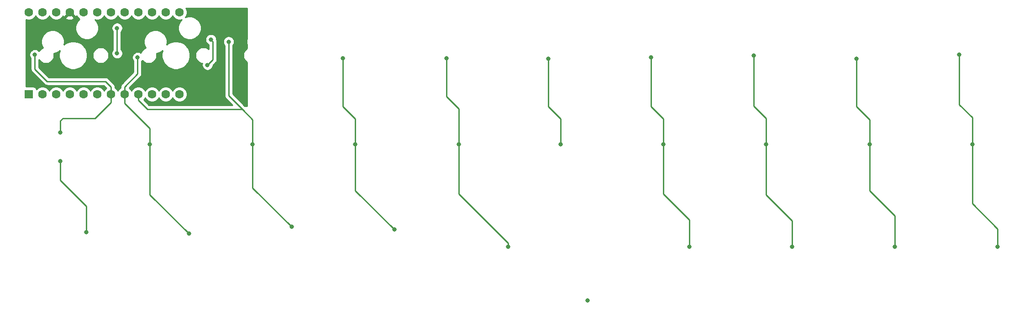
<source format=gbr>
G04 #@! TF.GenerationSoftware,KiCad,Pcbnew,(5.1.4-0-10_14)*
G04 #@! TF.CreationDate,2020-06-01T00:22:02-05:00*
G04 #@! TF.ProjectId,omega,6f6d6567-612e-46b6-9963-61645f706362,rev?*
G04 #@! TF.SameCoordinates,Original*
G04 #@! TF.FileFunction,Copper,L1,Top*
G04 #@! TF.FilePolarity,Positive*
%FSLAX46Y46*%
G04 Gerber Fmt 4.6, Leading zero omitted, Abs format (unit mm)*
G04 Created by KiCad (PCBNEW (5.1.4-0-10_14)) date 2020-06-01 00:22:02*
%MOMM*%
%LPD*%
G04 APERTURE LIST*
%ADD10C,1.600000*%
%ADD11R,1.600000X1.600000*%
%ADD12C,0.800000*%
%ADD13C,0.250000*%
%ADD14C,0.254000*%
G04 APERTURE END LIST*
D10*
X57277000Y-42926000D03*
X59817000Y-42926000D03*
X62357000Y-42926000D03*
X64897000Y-42926000D03*
X67437000Y-42926000D03*
X69977000Y-42926000D03*
X72517000Y-42926000D03*
X75057000Y-42926000D03*
X77597000Y-42926000D03*
X80137000Y-42926000D03*
X82677000Y-42926000D03*
X85217000Y-42926000D03*
X85217000Y-58166000D03*
X82677000Y-58166000D03*
X80137000Y-58166000D03*
X77597000Y-58166000D03*
X75057000Y-58166000D03*
X72517000Y-58166000D03*
X69977000Y-58166000D03*
X67437000Y-58166000D03*
X64897000Y-58166000D03*
X62357000Y-58166000D03*
X59817000Y-58166000D03*
D11*
X57277000Y-58166000D03*
D12*
X160909000Y-96520000D03*
X73660000Y-45847000D03*
X73660000Y-50546000D03*
X91071000Y-47994000D03*
X90424000Y-52705000D03*
X58420000Y-50800000D03*
X63146000Y-65251000D03*
X63119000Y-70612000D03*
X67945000Y-83820000D03*
X86995000Y-84074000D03*
X79756000Y-67437000D03*
X77470000Y-51308000D03*
X94361000Y-48387000D03*
X98806000Y-67437000D03*
X106045000Y-82804000D03*
X115570000Y-51435000D03*
X117856000Y-67437000D03*
X125095000Y-83312000D03*
X134747000Y-51435000D03*
X137033000Y-67437000D03*
X146177000Y-86487000D03*
X153670000Y-51562000D03*
X155956000Y-67437000D03*
X172720000Y-51308000D03*
X175006000Y-67437000D03*
X179832000Y-86487000D03*
X191770000Y-50927000D03*
X194056000Y-67437000D03*
X198882000Y-86487000D03*
X210820000Y-51562000D03*
X213233000Y-67437000D03*
X217932000Y-86487000D03*
X229870000Y-50800000D03*
X232283000Y-67437000D03*
X236982000Y-86487000D03*
D13*
X73660000Y-45847000D02*
X73660000Y-50546000D01*
X91440000Y-51689000D02*
X91440000Y-48387000D01*
X91071000Y-48018000D02*
X91071000Y-47994000D01*
X91440000Y-48387000D02*
X91071000Y-48018000D01*
X90424000Y-52705000D02*
X91440000Y-51689000D01*
X71501000Y-55753000D02*
X72517000Y-56769000D01*
X60706000Y-55753000D02*
X71501000Y-55753000D01*
X58420000Y-53467000D02*
X60706000Y-55753000D01*
X58420000Y-50800000D02*
X58420000Y-53467000D01*
X72517000Y-56769000D02*
X72517000Y-58166000D01*
X72517000Y-59690000D02*
X72517000Y-58166000D01*
X63627000Y-62611000D02*
X69596000Y-62611000D01*
X69596000Y-62611000D02*
X72517000Y-59690000D01*
X63146000Y-63092000D02*
X63627000Y-62611000D01*
X63146000Y-65251000D02*
X63146000Y-63092000D01*
X63119000Y-70612000D02*
X63119000Y-71177685D01*
X63119000Y-71177685D02*
X63119000Y-74168000D01*
X67945000Y-78994000D02*
X67945000Y-83820000D01*
X63119000Y-74168000D02*
X67945000Y-78994000D01*
X79756000Y-76835000D02*
X79756000Y-67437000D01*
X86995000Y-84074000D02*
X79756000Y-76835000D01*
X79756000Y-67437000D02*
X79756000Y-64516000D01*
X75057000Y-59817000D02*
X75057000Y-58166000D01*
X79756000Y-64516000D02*
X75057000Y-59817000D01*
X77470000Y-54356000D02*
X75057000Y-56769000D01*
X77470000Y-51308000D02*
X77470000Y-54356000D01*
X75057000Y-58166000D02*
X75057000Y-56769000D01*
X94361000Y-48387000D02*
X94361000Y-48952685D01*
X94361000Y-48952685D02*
X94361000Y-58420000D01*
X98806000Y-62865000D02*
X98806000Y-67437000D01*
X98806000Y-67437000D02*
X98806000Y-68002685D01*
X98806000Y-68002685D02*
X98806000Y-75565000D01*
X98806000Y-75565000D02*
X106045000Y-82804000D01*
X96901000Y-60960000D02*
X97091500Y-61150500D01*
X79259630Y-60960000D02*
X96901000Y-60960000D01*
X77597000Y-59297370D02*
X79259630Y-60960000D01*
X77597000Y-58166000D02*
X77597000Y-59297370D01*
X97091500Y-61150500D02*
X98806000Y-62865000D01*
X94361000Y-58420000D02*
X97091500Y-61150500D01*
X115570000Y-51435000D02*
X115570000Y-52000685D01*
X115570000Y-52000685D02*
X115570000Y-60452000D01*
X117856000Y-62738000D02*
X117856000Y-67437000D01*
X115570000Y-60452000D02*
X117856000Y-62738000D01*
X117856000Y-76073000D02*
X125095000Y-83312000D01*
X117856000Y-67437000D02*
X117856000Y-76073000D01*
X134747000Y-51435000D02*
X134747000Y-58547000D01*
X137033000Y-60833000D02*
X137033000Y-67437000D01*
X134747000Y-58547000D02*
X137033000Y-60833000D01*
X137033000Y-67437000D02*
X137033000Y-76708000D01*
X146177000Y-85852000D02*
X146177000Y-86487000D01*
X137033000Y-76708000D02*
X146177000Y-85852000D01*
X153670000Y-51562000D02*
X153670000Y-60325000D01*
X153670000Y-60325000D02*
X153670000Y-60452000D01*
X155956000Y-62738000D02*
X155956000Y-67437000D01*
X153670000Y-60452000D02*
X155956000Y-62738000D01*
X172720000Y-51308000D02*
X172720000Y-51873685D01*
X172720000Y-51873685D02*
X172720000Y-60452000D01*
X175006000Y-62738000D02*
X175006000Y-67437000D01*
X172720000Y-60452000D02*
X175006000Y-62738000D01*
X175006000Y-67437000D02*
X175006000Y-68002685D01*
X175006000Y-68002685D02*
X175006000Y-76708000D01*
X175006000Y-76708000D02*
X179832000Y-81534000D01*
X179832000Y-81534000D02*
X179832000Y-86487000D01*
X191770000Y-50927000D02*
X191770000Y-60198000D01*
X191770000Y-60198000D02*
X191770000Y-60325000D01*
X194056000Y-62611000D02*
X194056000Y-67437000D01*
X191770000Y-60325000D02*
X194056000Y-62611000D01*
X198882000Y-86487000D02*
X198882000Y-85598000D01*
X198882000Y-85598000D02*
X198882000Y-86360000D01*
X194056000Y-76835000D02*
X194056000Y-67437000D01*
X198882000Y-81661000D02*
X194056000Y-76835000D01*
X198882000Y-85598000D02*
X198882000Y-81661000D01*
X210820000Y-51562000D02*
X210820000Y-60452000D01*
X213233000Y-62865000D02*
X213233000Y-67437000D01*
X210820000Y-60452000D02*
X213233000Y-62865000D01*
X213233000Y-67437000D02*
X213233000Y-68002685D01*
X213233000Y-68002685D02*
X213233000Y-76073000D01*
X217932000Y-80772000D02*
X217932000Y-86487000D01*
X213233000Y-76073000D02*
X217932000Y-80772000D01*
X232283000Y-67437000D02*
X232283000Y-68002685D01*
X232283000Y-68002685D02*
X232283000Y-78486000D01*
X236982000Y-83185000D02*
X236982000Y-86487000D01*
X232283000Y-78486000D02*
X236982000Y-83185000D01*
X232283000Y-62484000D02*
X232283000Y-67437000D01*
X229870000Y-60071000D02*
X232283000Y-62484000D01*
X229870000Y-50800000D02*
X229870000Y-60071000D01*
D14*
G36*
X97790000Y-47713659D02*
G01*
X97769047Y-47764244D01*
X97687000Y-48176721D01*
X97687000Y-48597279D01*
X97769047Y-49009756D01*
X97790000Y-49060341D01*
X97790000Y-49620091D01*
X97589431Y-49754107D01*
X97379107Y-49964431D01*
X97213856Y-50211747D01*
X97100029Y-50486549D01*
X97042000Y-50778278D01*
X97042000Y-51075722D01*
X97100029Y-51367451D01*
X97213856Y-51642253D01*
X97379107Y-51889569D01*
X97589431Y-52099893D01*
X97790000Y-52233909D01*
X97790000Y-60325000D01*
X97340802Y-60325000D01*
X95121000Y-58105199D01*
X95121000Y-49090711D01*
X95164937Y-49046774D01*
X95278205Y-48877256D01*
X95356226Y-48688898D01*
X95396000Y-48488939D01*
X95396000Y-48285061D01*
X95356226Y-48085102D01*
X95278205Y-47896744D01*
X95164937Y-47727226D01*
X95020774Y-47583063D01*
X94851256Y-47469795D01*
X94662898Y-47391774D01*
X94462939Y-47352000D01*
X94259061Y-47352000D01*
X94059102Y-47391774D01*
X93870744Y-47469795D01*
X93701226Y-47583063D01*
X93557063Y-47727226D01*
X93443795Y-47896744D01*
X93365774Y-48085102D01*
X93326000Y-48285061D01*
X93326000Y-48488939D01*
X93365774Y-48688898D01*
X93443795Y-48877256D01*
X93557063Y-49046774D01*
X93601000Y-49090711D01*
X93601001Y-58382668D01*
X93597324Y-58420000D01*
X93601001Y-58457333D01*
X93611998Y-58568986D01*
X93618456Y-58590275D01*
X93655454Y-58712246D01*
X93726026Y-58844276D01*
X93749677Y-58873094D01*
X93821000Y-58960001D01*
X93849998Y-58983799D01*
X95066199Y-60200000D01*
X79574432Y-60200000D01*
X78583414Y-59208982D01*
X78711637Y-59080759D01*
X78867000Y-58848241D01*
X79022363Y-59080759D01*
X79222241Y-59280637D01*
X79457273Y-59437680D01*
X79718426Y-59545853D01*
X79995665Y-59601000D01*
X80278335Y-59601000D01*
X80555574Y-59545853D01*
X80816727Y-59437680D01*
X81051759Y-59280637D01*
X81251637Y-59080759D01*
X81407000Y-58848241D01*
X81562363Y-59080759D01*
X81762241Y-59280637D01*
X81997273Y-59437680D01*
X82258426Y-59545853D01*
X82535665Y-59601000D01*
X82818335Y-59601000D01*
X83095574Y-59545853D01*
X83356727Y-59437680D01*
X83591759Y-59280637D01*
X83791637Y-59080759D01*
X83947000Y-58848241D01*
X84102363Y-59080759D01*
X84302241Y-59280637D01*
X84537273Y-59437680D01*
X84798426Y-59545853D01*
X85075665Y-59601000D01*
X85358335Y-59601000D01*
X85635574Y-59545853D01*
X85896727Y-59437680D01*
X86131759Y-59280637D01*
X86331637Y-59080759D01*
X86488680Y-58845727D01*
X86596853Y-58584574D01*
X86652000Y-58307335D01*
X86652000Y-58024665D01*
X86596853Y-57747426D01*
X86488680Y-57486273D01*
X86331637Y-57251241D01*
X86131759Y-57051363D01*
X85896727Y-56894320D01*
X85635574Y-56786147D01*
X85358335Y-56731000D01*
X85075665Y-56731000D01*
X84798426Y-56786147D01*
X84537273Y-56894320D01*
X84302241Y-57051363D01*
X84102363Y-57251241D01*
X83947000Y-57483759D01*
X83791637Y-57251241D01*
X83591759Y-57051363D01*
X83356727Y-56894320D01*
X83095574Y-56786147D01*
X82818335Y-56731000D01*
X82535665Y-56731000D01*
X82258426Y-56786147D01*
X81997273Y-56894320D01*
X81762241Y-57051363D01*
X81562363Y-57251241D01*
X81407000Y-57483759D01*
X81251637Y-57251241D01*
X81051759Y-57051363D01*
X80816727Y-56894320D01*
X80555574Y-56786147D01*
X80278335Y-56731000D01*
X79995665Y-56731000D01*
X79718426Y-56786147D01*
X79457273Y-56894320D01*
X79222241Y-57051363D01*
X79022363Y-57251241D01*
X78867000Y-57483759D01*
X78711637Y-57251241D01*
X78511759Y-57051363D01*
X78276727Y-56894320D01*
X78015574Y-56786147D01*
X77738335Y-56731000D01*
X77455665Y-56731000D01*
X77178426Y-56786147D01*
X76917273Y-56894320D01*
X76682241Y-57051363D01*
X76482363Y-57251241D01*
X76327000Y-57483759D01*
X76171637Y-57251241D01*
X75971759Y-57051363D01*
X75898433Y-57002368D01*
X77981003Y-54919799D01*
X78010001Y-54896001D01*
X78104974Y-54780276D01*
X78175546Y-54648247D01*
X78219003Y-54504986D01*
X78230000Y-54393333D01*
X78230000Y-54393324D01*
X78233676Y-54356001D01*
X78230000Y-54318678D01*
X78230000Y-52011711D01*
X78273937Y-51967774D01*
X78327649Y-51887388D01*
X78329107Y-51889569D01*
X78539431Y-52099893D01*
X78786747Y-52265144D01*
X79061549Y-52378971D01*
X79353278Y-52437000D01*
X79650722Y-52437000D01*
X79942451Y-52378971D01*
X80217253Y-52265144D01*
X80464569Y-52099893D01*
X80674893Y-51889569D01*
X80840144Y-51642253D01*
X80953971Y-51367451D01*
X81012000Y-51075722D01*
X81012000Y-50778278D01*
X80961023Y-50522000D01*
X80982279Y-50522000D01*
X81394756Y-50439953D01*
X81783302Y-50279012D01*
X82089708Y-50074279D01*
X82054127Y-50160178D01*
X81953100Y-50668076D01*
X81953100Y-51185924D01*
X82054127Y-51693822D01*
X82252299Y-52172251D01*
X82540000Y-52602826D01*
X82906174Y-52969000D01*
X83336749Y-53256701D01*
X83815178Y-53454873D01*
X84323076Y-53555900D01*
X84840924Y-53555900D01*
X85348822Y-53454873D01*
X85827251Y-53256701D01*
X86257826Y-52969000D01*
X86624000Y-52602826D01*
X86911701Y-52172251D01*
X87109873Y-51693822D01*
X87210900Y-51185924D01*
X87210900Y-50778278D01*
X88152000Y-50778278D01*
X88152000Y-51075722D01*
X88210029Y-51367451D01*
X88323856Y-51642253D01*
X88489107Y-51889569D01*
X88699431Y-52099893D01*
X88946747Y-52265144D01*
X89221549Y-52378971D01*
X89425504Y-52419541D01*
X89389000Y-52603061D01*
X89389000Y-52806939D01*
X89428774Y-53006898D01*
X89506795Y-53195256D01*
X89620063Y-53364774D01*
X89764226Y-53508937D01*
X89933744Y-53622205D01*
X90122102Y-53700226D01*
X90322061Y-53740000D01*
X90525939Y-53740000D01*
X90725898Y-53700226D01*
X90914256Y-53622205D01*
X91083774Y-53508937D01*
X91227937Y-53364774D01*
X91341205Y-53195256D01*
X91419226Y-53006898D01*
X91459000Y-52806939D01*
X91459000Y-52744801D01*
X91951004Y-52252798D01*
X91980001Y-52229001D01*
X92008727Y-52193998D01*
X92074974Y-52113277D01*
X92145546Y-51981247D01*
X92169869Y-51901063D01*
X92189003Y-51837986D01*
X92200000Y-51726333D01*
X92200000Y-51726323D01*
X92203676Y-51689000D01*
X92200000Y-51651678D01*
X92200000Y-48424323D01*
X92203676Y-48387000D01*
X92200000Y-48349677D01*
X92200000Y-48349667D01*
X92189003Y-48238014D01*
X92145546Y-48094753D01*
X92106000Y-48020769D01*
X92106000Y-47892061D01*
X92066226Y-47692102D01*
X91988205Y-47503744D01*
X91874937Y-47334226D01*
X91730774Y-47190063D01*
X91561256Y-47076795D01*
X91372898Y-46998774D01*
X91172939Y-46959000D01*
X90969061Y-46959000D01*
X90769102Y-46998774D01*
X90580744Y-47076795D01*
X90411226Y-47190063D01*
X90267063Y-47334226D01*
X90153795Y-47503744D01*
X90075774Y-47692102D01*
X90036000Y-47892061D01*
X90036000Y-48095939D01*
X90075774Y-48295898D01*
X90153795Y-48484256D01*
X90267063Y-48653774D01*
X90411226Y-48797937D01*
X90580744Y-48911205D01*
X90680001Y-48952319D01*
X90680001Y-49809539D01*
X90624569Y-49754107D01*
X90377253Y-49588856D01*
X90102451Y-49475029D01*
X89810722Y-49417000D01*
X89513278Y-49417000D01*
X89221549Y-49475029D01*
X88946747Y-49588856D01*
X88699431Y-49754107D01*
X88489107Y-49964431D01*
X88323856Y-50211747D01*
X88210029Y-50486549D01*
X88152000Y-50778278D01*
X87210900Y-50778278D01*
X87210900Y-50668076D01*
X87109873Y-50160178D01*
X86911701Y-49681749D01*
X86624000Y-49251174D01*
X86257826Y-48885000D01*
X85827251Y-48597299D01*
X85348822Y-48399127D01*
X84840924Y-48298100D01*
X84323076Y-48298100D01*
X83815178Y-48399127D01*
X83336749Y-48597299D01*
X82906174Y-48885000D01*
X82835763Y-48955411D01*
X82907000Y-48597279D01*
X82907000Y-48176721D01*
X82824953Y-47764244D01*
X82664012Y-47375698D01*
X82430363Y-47026017D01*
X82132983Y-46728637D01*
X81783302Y-46494988D01*
X81394756Y-46334047D01*
X80982279Y-46252000D01*
X80561721Y-46252000D01*
X80149244Y-46334047D01*
X79760698Y-46494988D01*
X79411017Y-46728637D01*
X79113637Y-47026017D01*
X78879988Y-47375698D01*
X78719047Y-47764244D01*
X78637000Y-48176721D01*
X78637000Y-48597279D01*
X78719047Y-49009756D01*
X78879988Y-49398302D01*
X78959499Y-49517299D01*
X78786747Y-49588856D01*
X78539431Y-49754107D01*
X78329107Y-49964431D01*
X78163856Y-50211747D01*
X78061634Y-50458533D01*
X77960256Y-50390795D01*
X77771898Y-50312774D01*
X77571939Y-50273000D01*
X77368061Y-50273000D01*
X77168102Y-50312774D01*
X76979744Y-50390795D01*
X76810226Y-50504063D01*
X76666063Y-50648226D01*
X76552795Y-50817744D01*
X76474774Y-51006102D01*
X76435000Y-51206061D01*
X76435000Y-51409939D01*
X76474774Y-51609898D01*
X76552795Y-51798256D01*
X76666063Y-51967774D01*
X76710000Y-52011711D01*
X76710001Y-54041197D01*
X74545998Y-56205201D01*
X74517000Y-56228999D01*
X74493202Y-56257997D01*
X74493201Y-56257998D01*
X74422026Y-56344724D01*
X74351454Y-56476754D01*
X74307998Y-56620015D01*
X74293324Y-56769000D01*
X74297001Y-56806332D01*
X74297001Y-56947956D01*
X74142241Y-57051363D01*
X73942363Y-57251241D01*
X73787000Y-57483759D01*
X73631637Y-57251241D01*
X73431759Y-57051363D01*
X73277000Y-56947957D01*
X73277000Y-56806322D01*
X73280676Y-56769000D01*
X73277000Y-56731677D01*
X73277000Y-56731667D01*
X73266003Y-56620014D01*
X73222546Y-56476753D01*
X73175092Y-56387974D01*
X73151974Y-56344723D01*
X73080799Y-56257997D01*
X73057001Y-56228999D01*
X73028004Y-56205202D01*
X72064804Y-55242002D01*
X72041001Y-55212999D01*
X71925276Y-55118026D01*
X71793247Y-55047454D01*
X71649986Y-55003997D01*
X71538333Y-54993000D01*
X71538322Y-54993000D01*
X71501000Y-54989324D01*
X71463678Y-54993000D01*
X61020802Y-54993000D01*
X59180000Y-53152199D01*
X59180000Y-51741245D01*
X59279107Y-51889569D01*
X59489431Y-52099893D01*
X59736747Y-52265144D01*
X60011549Y-52378971D01*
X60303278Y-52437000D01*
X60600722Y-52437000D01*
X60892451Y-52378971D01*
X61167253Y-52265144D01*
X61414569Y-52099893D01*
X61624893Y-51889569D01*
X61790144Y-51642253D01*
X61903971Y-51367451D01*
X61962000Y-51075722D01*
X61962000Y-50778278D01*
X61911023Y-50522000D01*
X61932279Y-50522000D01*
X62344756Y-50439953D01*
X62733302Y-50279012D01*
X63039708Y-50074279D01*
X63004127Y-50160178D01*
X62903100Y-50668076D01*
X62903100Y-51185924D01*
X63004127Y-51693822D01*
X63202299Y-52172251D01*
X63490000Y-52602826D01*
X63856174Y-52969000D01*
X64286749Y-53256701D01*
X64765178Y-53454873D01*
X65273076Y-53555900D01*
X65790924Y-53555900D01*
X66298822Y-53454873D01*
X66777251Y-53256701D01*
X67207826Y-52969000D01*
X67574000Y-52602826D01*
X67861701Y-52172251D01*
X68059873Y-51693822D01*
X68160900Y-51185924D01*
X68160900Y-50778278D01*
X69102000Y-50778278D01*
X69102000Y-51075722D01*
X69160029Y-51367451D01*
X69273856Y-51642253D01*
X69439107Y-51889569D01*
X69649431Y-52099893D01*
X69896747Y-52265144D01*
X70171549Y-52378971D01*
X70463278Y-52437000D01*
X70760722Y-52437000D01*
X71052451Y-52378971D01*
X71327253Y-52265144D01*
X71574569Y-52099893D01*
X71784893Y-51889569D01*
X71950144Y-51642253D01*
X72063971Y-51367451D01*
X72122000Y-51075722D01*
X72122000Y-50778278D01*
X72063971Y-50486549D01*
X71950144Y-50211747D01*
X71784893Y-49964431D01*
X71574569Y-49754107D01*
X71327253Y-49588856D01*
X71052451Y-49475029D01*
X70760722Y-49417000D01*
X70463278Y-49417000D01*
X70171549Y-49475029D01*
X69896747Y-49588856D01*
X69649431Y-49754107D01*
X69439107Y-49964431D01*
X69273856Y-50211747D01*
X69160029Y-50486549D01*
X69102000Y-50778278D01*
X68160900Y-50778278D01*
X68160900Y-50668076D01*
X68059873Y-50160178D01*
X67861701Y-49681749D01*
X67574000Y-49251174D01*
X67207826Y-48885000D01*
X66777251Y-48597299D01*
X66298822Y-48399127D01*
X65790924Y-48298100D01*
X65273076Y-48298100D01*
X64765178Y-48399127D01*
X64286749Y-48597299D01*
X63856174Y-48885000D01*
X63785763Y-48955411D01*
X63857000Y-48597279D01*
X63857000Y-48176721D01*
X63774953Y-47764244D01*
X63614012Y-47375698D01*
X63380363Y-47026017D01*
X63082983Y-46728637D01*
X62733302Y-46494988D01*
X62344756Y-46334047D01*
X61932279Y-46252000D01*
X61511721Y-46252000D01*
X61099244Y-46334047D01*
X60710698Y-46494988D01*
X60361017Y-46728637D01*
X60063637Y-47026017D01*
X59829988Y-47375698D01*
X59669047Y-47764244D01*
X59587000Y-48176721D01*
X59587000Y-48597279D01*
X59669047Y-49009756D01*
X59829988Y-49398302D01*
X59909499Y-49517299D01*
X59736747Y-49588856D01*
X59489431Y-49754107D01*
X59279107Y-49964431D01*
X59186595Y-50102884D01*
X59079774Y-49996063D01*
X58910256Y-49882795D01*
X58721898Y-49804774D01*
X58521939Y-49765000D01*
X58318061Y-49765000D01*
X58118102Y-49804774D01*
X57929744Y-49882795D01*
X57760226Y-49996063D01*
X57616063Y-50140226D01*
X57502795Y-50309744D01*
X57424774Y-50498102D01*
X57385000Y-50698061D01*
X57385000Y-50901939D01*
X57424774Y-51101898D01*
X57502795Y-51290256D01*
X57616063Y-51459774D01*
X57660000Y-51503711D01*
X57660001Y-53429668D01*
X57656324Y-53467000D01*
X57660001Y-53504333D01*
X57670998Y-53615986D01*
X57681454Y-53650455D01*
X57714454Y-53759246D01*
X57785026Y-53891276D01*
X57856201Y-53978002D01*
X57880000Y-54007001D01*
X57908998Y-54030799D01*
X60142200Y-56264002D01*
X60165999Y-56293001D01*
X60281724Y-56387974D01*
X60413753Y-56458546D01*
X60557014Y-56502003D01*
X60668667Y-56513000D01*
X60668676Y-56513000D01*
X60705999Y-56516676D01*
X60743322Y-56513000D01*
X71186199Y-56513000D01*
X71675567Y-57002368D01*
X71602241Y-57051363D01*
X71402363Y-57251241D01*
X71247000Y-57483759D01*
X71091637Y-57251241D01*
X70891759Y-57051363D01*
X70656727Y-56894320D01*
X70395574Y-56786147D01*
X70118335Y-56731000D01*
X69835665Y-56731000D01*
X69558426Y-56786147D01*
X69297273Y-56894320D01*
X69062241Y-57051363D01*
X68862363Y-57251241D01*
X68707000Y-57483759D01*
X68551637Y-57251241D01*
X68351759Y-57051363D01*
X68116727Y-56894320D01*
X67855574Y-56786147D01*
X67578335Y-56731000D01*
X67295665Y-56731000D01*
X67018426Y-56786147D01*
X66757273Y-56894320D01*
X66522241Y-57051363D01*
X66322363Y-57251241D01*
X66167000Y-57483759D01*
X66011637Y-57251241D01*
X65811759Y-57051363D01*
X65576727Y-56894320D01*
X65315574Y-56786147D01*
X65038335Y-56731000D01*
X64755665Y-56731000D01*
X64478426Y-56786147D01*
X64217273Y-56894320D01*
X63982241Y-57051363D01*
X63782363Y-57251241D01*
X63627000Y-57483759D01*
X63471637Y-57251241D01*
X63271759Y-57051363D01*
X63036727Y-56894320D01*
X62775574Y-56786147D01*
X62498335Y-56731000D01*
X62215665Y-56731000D01*
X61938426Y-56786147D01*
X61677273Y-56894320D01*
X61442241Y-57051363D01*
X61242363Y-57251241D01*
X61087000Y-57483759D01*
X60931637Y-57251241D01*
X60731759Y-57051363D01*
X60496727Y-56894320D01*
X60235574Y-56786147D01*
X59958335Y-56731000D01*
X59675665Y-56731000D01*
X59398426Y-56786147D01*
X59137273Y-56894320D01*
X58902241Y-57051363D01*
X58703643Y-57249961D01*
X58702812Y-57241518D01*
X58666502Y-57121820D01*
X58607537Y-57011506D01*
X58528185Y-56914815D01*
X58431494Y-56835463D01*
X58321180Y-56776498D01*
X58201482Y-56740188D01*
X58077000Y-56727928D01*
X56742000Y-56727928D01*
X56742000Y-44257628D01*
X56858426Y-44305853D01*
X57135665Y-44361000D01*
X57418335Y-44361000D01*
X57695574Y-44305853D01*
X57956727Y-44197680D01*
X58191759Y-44040637D01*
X58391637Y-43840759D01*
X58547000Y-43608241D01*
X58702363Y-43840759D01*
X58902241Y-44040637D01*
X59137273Y-44197680D01*
X59398426Y-44305853D01*
X59675665Y-44361000D01*
X59958335Y-44361000D01*
X60235574Y-44305853D01*
X60496727Y-44197680D01*
X60731759Y-44040637D01*
X60931637Y-43840759D01*
X61087000Y-43608241D01*
X61242363Y-43840759D01*
X61442241Y-44040637D01*
X61677273Y-44197680D01*
X61938426Y-44305853D01*
X62215665Y-44361000D01*
X62498335Y-44361000D01*
X62775574Y-44305853D01*
X63036727Y-44197680D01*
X63271759Y-44040637D01*
X63393694Y-43918702D01*
X64083903Y-43918702D01*
X64155486Y-44162671D01*
X64410996Y-44283571D01*
X64685184Y-44352300D01*
X64967512Y-44366217D01*
X65247130Y-44324787D01*
X65513292Y-44229603D01*
X65638514Y-44162671D01*
X65710097Y-43918702D01*
X64897000Y-43105605D01*
X64083903Y-43918702D01*
X63393694Y-43918702D01*
X63471637Y-43840759D01*
X63627915Y-43606872D01*
X63660329Y-43667514D01*
X63904298Y-43739097D01*
X64717395Y-42926000D01*
X64703253Y-42911858D01*
X64882858Y-42732253D01*
X64897000Y-42746395D01*
X64911143Y-42732253D01*
X65090748Y-42911858D01*
X65076605Y-42926000D01*
X65889702Y-43739097D01*
X66133671Y-43667514D01*
X66164194Y-43603008D01*
X66165320Y-43605727D01*
X66322363Y-43840759D01*
X66522241Y-44040637D01*
X66727378Y-44177705D01*
X66711017Y-44188637D01*
X66413637Y-44486017D01*
X66179988Y-44835698D01*
X66019047Y-45224244D01*
X65937000Y-45636721D01*
X65937000Y-46057279D01*
X66019047Y-46469756D01*
X66179988Y-46858302D01*
X66413637Y-47207983D01*
X66711017Y-47505363D01*
X67060698Y-47739012D01*
X67449244Y-47899953D01*
X67861721Y-47982000D01*
X68282279Y-47982000D01*
X68694756Y-47899953D01*
X69083302Y-47739012D01*
X69432983Y-47505363D01*
X69730363Y-47207983D01*
X69964012Y-46858302D01*
X70124953Y-46469756D01*
X70207000Y-46057279D01*
X70207000Y-45745061D01*
X72625000Y-45745061D01*
X72625000Y-45948939D01*
X72664774Y-46148898D01*
X72742795Y-46337256D01*
X72856063Y-46506774D01*
X72900000Y-46550711D01*
X72900001Y-49842288D01*
X72856063Y-49886226D01*
X72742795Y-50055744D01*
X72664774Y-50244102D01*
X72625000Y-50444061D01*
X72625000Y-50647939D01*
X72664774Y-50847898D01*
X72742795Y-51036256D01*
X72856063Y-51205774D01*
X73000226Y-51349937D01*
X73169744Y-51463205D01*
X73358102Y-51541226D01*
X73558061Y-51581000D01*
X73761939Y-51581000D01*
X73961898Y-51541226D01*
X74150256Y-51463205D01*
X74319774Y-51349937D01*
X74463937Y-51205774D01*
X74577205Y-51036256D01*
X74655226Y-50847898D01*
X74695000Y-50647939D01*
X74695000Y-50444061D01*
X74655226Y-50244102D01*
X74577205Y-50055744D01*
X74463937Y-49886226D01*
X74420000Y-49842289D01*
X74420000Y-46550711D01*
X74463937Y-46506774D01*
X74577205Y-46337256D01*
X74655226Y-46148898D01*
X74695000Y-45948939D01*
X74695000Y-45745061D01*
X74655226Y-45545102D01*
X74577205Y-45356744D01*
X74463937Y-45187226D01*
X74319774Y-45043063D01*
X74150256Y-44929795D01*
X73961898Y-44851774D01*
X73761939Y-44812000D01*
X73558061Y-44812000D01*
X73358102Y-44851774D01*
X73169744Y-44929795D01*
X73000226Y-45043063D01*
X72856063Y-45187226D01*
X72742795Y-45356744D01*
X72664774Y-45545102D01*
X72625000Y-45745061D01*
X70207000Y-45745061D01*
X70207000Y-45636721D01*
X70124953Y-45224244D01*
X69964012Y-44835698D01*
X69730363Y-44486017D01*
X69544382Y-44300036D01*
X69558426Y-44305853D01*
X69835665Y-44361000D01*
X70118335Y-44361000D01*
X70395574Y-44305853D01*
X70656727Y-44197680D01*
X70891759Y-44040637D01*
X71091637Y-43840759D01*
X71247000Y-43608241D01*
X71402363Y-43840759D01*
X71602241Y-44040637D01*
X71837273Y-44197680D01*
X72098426Y-44305853D01*
X72375665Y-44361000D01*
X72658335Y-44361000D01*
X72935574Y-44305853D01*
X73196727Y-44197680D01*
X73431759Y-44040637D01*
X73631637Y-43840759D01*
X73787000Y-43608241D01*
X73942363Y-43840759D01*
X74142241Y-44040637D01*
X74377273Y-44197680D01*
X74638426Y-44305853D01*
X74915665Y-44361000D01*
X75198335Y-44361000D01*
X75475574Y-44305853D01*
X75736727Y-44197680D01*
X75971759Y-44040637D01*
X76171637Y-43840759D01*
X76327000Y-43608241D01*
X76482363Y-43840759D01*
X76682241Y-44040637D01*
X76917273Y-44197680D01*
X77178426Y-44305853D01*
X77455665Y-44361000D01*
X77738335Y-44361000D01*
X78015574Y-44305853D01*
X78276727Y-44197680D01*
X78511759Y-44040637D01*
X78711637Y-43840759D01*
X78867000Y-43608241D01*
X79022363Y-43840759D01*
X79222241Y-44040637D01*
X79457273Y-44197680D01*
X79718426Y-44305853D01*
X79995665Y-44361000D01*
X80278335Y-44361000D01*
X80555574Y-44305853D01*
X80816727Y-44197680D01*
X81051759Y-44040637D01*
X81251637Y-43840759D01*
X81407000Y-43608241D01*
X81562363Y-43840759D01*
X81762241Y-44040637D01*
X81997273Y-44197680D01*
X82258426Y-44305853D01*
X82535665Y-44361000D01*
X82818335Y-44361000D01*
X83095574Y-44305853D01*
X83356727Y-44197680D01*
X83591759Y-44040637D01*
X83791637Y-43840759D01*
X83947000Y-43608241D01*
X84102363Y-43840759D01*
X84302241Y-44040637D01*
X84537273Y-44197680D01*
X84798426Y-44305853D01*
X85075665Y-44361000D01*
X85358335Y-44361000D01*
X85635574Y-44305853D01*
X85649618Y-44300036D01*
X85463637Y-44486017D01*
X85229988Y-44835698D01*
X85069047Y-45224244D01*
X84987000Y-45636721D01*
X84987000Y-46057279D01*
X85069047Y-46469756D01*
X85229988Y-46858302D01*
X85463637Y-47207983D01*
X85761017Y-47505363D01*
X86110698Y-47739012D01*
X86499244Y-47899953D01*
X86911721Y-47982000D01*
X87332279Y-47982000D01*
X87744756Y-47899953D01*
X88133302Y-47739012D01*
X88482983Y-47505363D01*
X88780363Y-47207983D01*
X89014012Y-46858302D01*
X89174953Y-46469756D01*
X89257000Y-46057279D01*
X89257000Y-45636721D01*
X89174953Y-45224244D01*
X89014012Y-44835698D01*
X88780363Y-44486017D01*
X88482983Y-44188637D01*
X88133302Y-43954988D01*
X87744756Y-43794047D01*
X87332279Y-43712000D01*
X86911721Y-43712000D01*
X86499244Y-43794047D01*
X86292863Y-43879533D01*
X86331637Y-43840759D01*
X86488680Y-43605727D01*
X86596853Y-43344574D01*
X86652000Y-43067335D01*
X86652000Y-42784665D01*
X86596853Y-42507426D01*
X86488680Y-42246273D01*
X86415666Y-42137000D01*
X97790000Y-42137000D01*
X97790000Y-47713659D01*
X97790000Y-47713659D01*
G37*
X97790000Y-47713659D02*
X97769047Y-47764244D01*
X97687000Y-48176721D01*
X97687000Y-48597279D01*
X97769047Y-49009756D01*
X97790000Y-49060341D01*
X97790000Y-49620091D01*
X97589431Y-49754107D01*
X97379107Y-49964431D01*
X97213856Y-50211747D01*
X97100029Y-50486549D01*
X97042000Y-50778278D01*
X97042000Y-51075722D01*
X97100029Y-51367451D01*
X97213856Y-51642253D01*
X97379107Y-51889569D01*
X97589431Y-52099893D01*
X97790000Y-52233909D01*
X97790000Y-60325000D01*
X97340802Y-60325000D01*
X95121000Y-58105199D01*
X95121000Y-49090711D01*
X95164937Y-49046774D01*
X95278205Y-48877256D01*
X95356226Y-48688898D01*
X95396000Y-48488939D01*
X95396000Y-48285061D01*
X95356226Y-48085102D01*
X95278205Y-47896744D01*
X95164937Y-47727226D01*
X95020774Y-47583063D01*
X94851256Y-47469795D01*
X94662898Y-47391774D01*
X94462939Y-47352000D01*
X94259061Y-47352000D01*
X94059102Y-47391774D01*
X93870744Y-47469795D01*
X93701226Y-47583063D01*
X93557063Y-47727226D01*
X93443795Y-47896744D01*
X93365774Y-48085102D01*
X93326000Y-48285061D01*
X93326000Y-48488939D01*
X93365774Y-48688898D01*
X93443795Y-48877256D01*
X93557063Y-49046774D01*
X93601000Y-49090711D01*
X93601001Y-58382668D01*
X93597324Y-58420000D01*
X93601001Y-58457333D01*
X93611998Y-58568986D01*
X93618456Y-58590275D01*
X93655454Y-58712246D01*
X93726026Y-58844276D01*
X93749677Y-58873094D01*
X93821000Y-58960001D01*
X93849998Y-58983799D01*
X95066199Y-60200000D01*
X79574432Y-60200000D01*
X78583414Y-59208982D01*
X78711637Y-59080759D01*
X78867000Y-58848241D01*
X79022363Y-59080759D01*
X79222241Y-59280637D01*
X79457273Y-59437680D01*
X79718426Y-59545853D01*
X79995665Y-59601000D01*
X80278335Y-59601000D01*
X80555574Y-59545853D01*
X80816727Y-59437680D01*
X81051759Y-59280637D01*
X81251637Y-59080759D01*
X81407000Y-58848241D01*
X81562363Y-59080759D01*
X81762241Y-59280637D01*
X81997273Y-59437680D01*
X82258426Y-59545853D01*
X82535665Y-59601000D01*
X82818335Y-59601000D01*
X83095574Y-59545853D01*
X83356727Y-59437680D01*
X83591759Y-59280637D01*
X83791637Y-59080759D01*
X83947000Y-58848241D01*
X84102363Y-59080759D01*
X84302241Y-59280637D01*
X84537273Y-59437680D01*
X84798426Y-59545853D01*
X85075665Y-59601000D01*
X85358335Y-59601000D01*
X85635574Y-59545853D01*
X85896727Y-59437680D01*
X86131759Y-59280637D01*
X86331637Y-59080759D01*
X86488680Y-58845727D01*
X86596853Y-58584574D01*
X86652000Y-58307335D01*
X86652000Y-58024665D01*
X86596853Y-57747426D01*
X86488680Y-57486273D01*
X86331637Y-57251241D01*
X86131759Y-57051363D01*
X85896727Y-56894320D01*
X85635574Y-56786147D01*
X85358335Y-56731000D01*
X85075665Y-56731000D01*
X84798426Y-56786147D01*
X84537273Y-56894320D01*
X84302241Y-57051363D01*
X84102363Y-57251241D01*
X83947000Y-57483759D01*
X83791637Y-57251241D01*
X83591759Y-57051363D01*
X83356727Y-56894320D01*
X83095574Y-56786147D01*
X82818335Y-56731000D01*
X82535665Y-56731000D01*
X82258426Y-56786147D01*
X81997273Y-56894320D01*
X81762241Y-57051363D01*
X81562363Y-57251241D01*
X81407000Y-57483759D01*
X81251637Y-57251241D01*
X81051759Y-57051363D01*
X80816727Y-56894320D01*
X80555574Y-56786147D01*
X80278335Y-56731000D01*
X79995665Y-56731000D01*
X79718426Y-56786147D01*
X79457273Y-56894320D01*
X79222241Y-57051363D01*
X79022363Y-57251241D01*
X78867000Y-57483759D01*
X78711637Y-57251241D01*
X78511759Y-57051363D01*
X78276727Y-56894320D01*
X78015574Y-56786147D01*
X77738335Y-56731000D01*
X77455665Y-56731000D01*
X77178426Y-56786147D01*
X76917273Y-56894320D01*
X76682241Y-57051363D01*
X76482363Y-57251241D01*
X76327000Y-57483759D01*
X76171637Y-57251241D01*
X75971759Y-57051363D01*
X75898433Y-57002368D01*
X77981003Y-54919799D01*
X78010001Y-54896001D01*
X78104974Y-54780276D01*
X78175546Y-54648247D01*
X78219003Y-54504986D01*
X78230000Y-54393333D01*
X78230000Y-54393324D01*
X78233676Y-54356001D01*
X78230000Y-54318678D01*
X78230000Y-52011711D01*
X78273937Y-51967774D01*
X78327649Y-51887388D01*
X78329107Y-51889569D01*
X78539431Y-52099893D01*
X78786747Y-52265144D01*
X79061549Y-52378971D01*
X79353278Y-52437000D01*
X79650722Y-52437000D01*
X79942451Y-52378971D01*
X80217253Y-52265144D01*
X80464569Y-52099893D01*
X80674893Y-51889569D01*
X80840144Y-51642253D01*
X80953971Y-51367451D01*
X81012000Y-51075722D01*
X81012000Y-50778278D01*
X80961023Y-50522000D01*
X80982279Y-50522000D01*
X81394756Y-50439953D01*
X81783302Y-50279012D01*
X82089708Y-50074279D01*
X82054127Y-50160178D01*
X81953100Y-50668076D01*
X81953100Y-51185924D01*
X82054127Y-51693822D01*
X82252299Y-52172251D01*
X82540000Y-52602826D01*
X82906174Y-52969000D01*
X83336749Y-53256701D01*
X83815178Y-53454873D01*
X84323076Y-53555900D01*
X84840924Y-53555900D01*
X85348822Y-53454873D01*
X85827251Y-53256701D01*
X86257826Y-52969000D01*
X86624000Y-52602826D01*
X86911701Y-52172251D01*
X87109873Y-51693822D01*
X87210900Y-51185924D01*
X87210900Y-50778278D01*
X88152000Y-50778278D01*
X88152000Y-51075722D01*
X88210029Y-51367451D01*
X88323856Y-51642253D01*
X88489107Y-51889569D01*
X88699431Y-52099893D01*
X88946747Y-52265144D01*
X89221549Y-52378971D01*
X89425504Y-52419541D01*
X89389000Y-52603061D01*
X89389000Y-52806939D01*
X89428774Y-53006898D01*
X89506795Y-53195256D01*
X89620063Y-53364774D01*
X89764226Y-53508937D01*
X89933744Y-53622205D01*
X90122102Y-53700226D01*
X90322061Y-53740000D01*
X90525939Y-53740000D01*
X90725898Y-53700226D01*
X90914256Y-53622205D01*
X91083774Y-53508937D01*
X91227937Y-53364774D01*
X91341205Y-53195256D01*
X91419226Y-53006898D01*
X91459000Y-52806939D01*
X91459000Y-52744801D01*
X91951004Y-52252798D01*
X91980001Y-52229001D01*
X92008727Y-52193998D01*
X92074974Y-52113277D01*
X92145546Y-51981247D01*
X92169869Y-51901063D01*
X92189003Y-51837986D01*
X92200000Y-51726333D01*
X92200000Y-51726323D01*
X92203676Y-51689000D01*
X92200000Y-51651678D01*
X92200000Y-48424323D01*
X92203676Y-48387000D01*
X92200000Y-48349677D01*
X92200000Y-48349667D01*
X92189003Y-48238014D01*
X92145546Y-48094753D01*
X92106000Y-48020769D01*
X92106000Y-47892061D01*
X92066226Y-47692102D01*
X91988205Y-47503744D01*
X91874937Y-47334226D01*
X91730774Y-47190063D01*
X91561256Y-47076795D01*
X91372898Y-46998774D01*
X91172939Y-46959000D01*
X90969061Y-46959000D01*
X90769102Y-46998774D01*
X90580744Y-47076795D01*
X90411226Y-47190063D01*
X90267063Y-47334226D01*
X90153795Y-47503744D01*
X90075774Y-47692102D01*
X90036000Y-47892061D01*
X90036000Y-48095939D01*
X90075774Y-48295898D01*
X90153795Y-48484256D01*
X90267063Y-48653774D01*
X90411226Y-48797937D01*
X90580744Y-48911205D01*
X90680001Y-48952319D01*
X90680001Y-49809539D01*
X90624569Y-49754107D01*
X90377253Y-49588856D01*
X90102451Y-49475029D01*
X89810722Y-49417000D01*
X89513278Y-49417000D01*
X89221549Y-49475029D01*
X88946747Y-49588856D01*
X88699431Y-49754107D01*
X88489107Y-49964431D01*
X88323856Y-50211747D01*
X88210029Y-50486549D01*
X88152000Y-50778278D01*
X87210900Y-50778278D01*
X87210900Y-50668076D01*
X87109873Y-50160178D01*
X86911701Y-49681749D01*
X86624000Y-49251174D01*
X86257826Y-48885000D01*
X85827251Y-48597299D01*
X85348822Y-48399127D01*
X84840924Y-48298100D01*
X84323076Y-48298100D01*
X83815178Y-48399127D01*
X83336749Y-48597299D01*
X82906174Y-48885000D01*
X82835763Y-48955411D01*
X82907000Y-48597279D01*
X82907000Y-48176721D01*
X82824953Y-47764244D01*
X82664012Y-47375698D01*
X82430363Y-47026017D01*
X82132983Y-46728637D01*
X81783302Y-46494988D01*
X81394756Y-46334047D01*
X80982279Y-46252000D01*
X80561721Y-46252000D01*
X80149244Y-46334047D01*
X79760698Y-46494988D01*
X79411017Y-46728637D01*
X79113637Y-47026017D01*
X78879988Y-47375698D01*
X78719047Y-47764244D01*
X78637000Y-48176721D01*
X78637000Y-48597279D01*
X78719047Y-49009756D01*
X78879988Y-49398302D01*
X78959499Y-49517299D01*
X78786747Y-49588856D01*
X78539431Y-49754107D01*
X78329107Y-49964431D01*
X78163856Y-50211747D01*
X78061634Y-50458533D01*
X77960256Y-50390795D01*
X77771898Y-50312774D01*
X77571939Y-50273000D01*
X77368061Y-50273000D01*
X77168102Y-50312774D01*
X76979744Y-50390795D01*
X76810226Y-50504063D01*
X76666063Y-50648226D01*
X76552795Y-50817744D01*
X76474774Y-51006102D01*
X76435000Y-51206061D01*
X76435000Y-51409939D01*
X76474774Y-51609898D01*
X76552795Y-51798256D01*
X76666063Y-51967774D01*
X76710000Y-52011711D01*
X76710001Y-54041197D01*
X74545998Y-56205201D01*
X74517000Y-56228999D01*
X74493202Y-56257997D01*
X74493201Y-56257998D01*
X74422026Y-56344724D01*
X74351454Y-56476754D01*
X74307998Y-56620015D01*
X74293324Y-56769000D01*
X74297001Y-56806332D01*
X74297001Y-56947956D01*
X74142241Y-57051363D01*
X73942363Y-57251241D01*
X73787000Y-57483759D01*
X73631637Y-57251241D01*
X73431759Y-57051363D01*
X73277000Y-56947957D01*
X73277000Y-56806322D01*
X73280676Y-56769000D01*
X73277000Y-56731677D01*
X73277000Y-56731667D01*
X73266003Y-56620014D01*
X73222546Y-56476753D01*
X73175092Y-56387974D01*
X73151974Y-56344723D01*
X73080799Y-56257997D01*
X73057001Y-56228999D01*
X73028004Y-56205202D01*
X72064804Y-55242002D01*
X72041001Y-55212999D01*
X71925276Y-55118026D01*
X71793247Y-55047454D01*
X71649986Y-55003997D01*
X71538333Y-54993000D01*
X71538322Y-54993000D01*
X71501000Y-54989324D01*
X71463678Y-54993000D01*
X61020802Y-54993000D01*
X59180000Y-53152199D01*
X59180000Y-51741245D01*
X59279107Y-51889569D01*
X59489431Y-52099893D01*
X59736747Y-52265144D01*
X60011549Y-52378971D01*
X60303278Y-52437000D01*
X60600722Y-52437000D01*
X60892451Y-52378971D01*
X61167253Y-52265144D01*
X61414569Y-52099893D01*
X61624893Y-51889569D01*
X61790144Y-51642253D01*
X61903971Y-51367451D01*
X61962000Y-51075722D01*
X61962000Y-50778278D01*
X61911023Y-50522000D01*
X61932279Y-50522000D01*
X62344756Y-50439953D01*
X62733302Y-50279012D01*
X63039708Y-50074279D01*
X63004127Y-50160178D01*
X62903100Y-50668076D01*
X62903100Y-51185924D01*
X63004127Y-51693822D01*
X63202299Y-52172251D01*
X63490000Y-52602826D01*
X63856174Y-52969000D01*
X64286749Y-53256701D01*
X64765178Y-53454873D01*
X65273076Y-53555900D01*
X65790924Y-53555900D01*
X66298822Y-53454873D01*
X66777251Y-53256701D01*
X67207826Y-52969000D01*
X67574000Y-52602826D01*
X67861701Y-52172251D01*
X68059873Y-51693822D01*
X68160900Y-51185924D01*
X68160900Y-50778278D01*
X69102000Y-50778278D01*
X69102000Y-51075722D01*
X69160029Y-51367451D01*
X69273856Y-51642253D01*
X69439107Y-51889569D01*
X69649431Y-52099893D01*
X69896747Y-52265144D01*
X70171549Y-52378971D01*
X70463278Y-52437000D01*
X70760722Y-52437000D01*
X71052451Y-52378971D01*
X71327253Y-52265144D01*
X71574569Y-52099893D01*
X71784893Y-51889569D01*
X71950144Y-51642253D01*
X72063971Y-51367451D01*
X72122000Y-51075722D01*
X72122000Y-50778278D01*
X72063971Y-50486549D01*
X71950144Y-50211747D01*
X71784893Y-49964431D01*
X71574569Y-49754107D01*
X71327253Y-49588856D01*
X71052451Y-49475029D01*
X70760722Y-49417000D01*
X70463278Y-49417000D01*
X70171549Y-49475029D01*
X69896747Y-49588856D01*
X69649431Y-49754107D01*
X69439107Y-49964431D01*
X69273856Y-50211747D01*
X69160029Y-50486549D01*
X69102000Y-50778278D01*
X68160900Y-50778278D01*
X68160900Y-50668076D01*
X68059873Y-50160178D01*
X67861701Y-49681749D01*
X67574000Y-49251174D01*
X67207826Y-48885000D01*
X66777251Y-48597299D01*
X66298822Y-48399127D01*
X65790924Y-48298100D01*
X65273076Y-48298100D01*
X64765178Y-48399127D01*
X64286749Y-48597299D01*
X63856174Y-48885000D01*
X63785763Y-48955411D01*
X63857000Y-48597279D01*
X63857000Y-48176721D01*
X63774953Y-47764244D01*
X63614012Y-47375698D01*
X63380363Y-47026017D01*
X63082983Y-46728637D01*
X62733302Y-46494988D01*
X62344756Y-46334047D01*
X61932279Y-46252000D01*
X61511721Y-46252000D01*
X61099244Y-46334047D01*
X60710698Y-46494988D01*
X60361017Y-46728637D01*
X60063637Y-47026017D01*
X59829988Y-47375698D01*
X59669047Y-47764244D01*
X59587000Y-48176721D01*
X59587000Y-48597279D01*
X59669047Y-49009756D01*
X59829988Y-49398302D01*
X59909499Y-49517299D01*
X59736747Y-49588856D01*
X59489431Y-49754107D01*
X59279107Y-49964431D01*
X59186595Y-50102884D01*
X59079774Y-49996063D01*
X58910256Y-49882795D01*
X58721898Y-49804774D01*
X58521939Y-49765000D01*
X58318061Y-49765000D01*
X58118102Y-49804774D01*
X57929744Y-49882795D01*
X57760226Y-49996063D01*
X57616063Y-50140226D01*
X57502795Y-50309744D01*
X57424774Y-50498102D01*
X57385000Y-50698061D01*
X57385000Y-50901939D01*
X57424774Y-51101898D01*
X57502795Y-51290256D01*
X57616063Y-51459774D01*
X57660000Y-51503711D01*
X57660001Y-53429668D01*
X57656324Y-53467000D01*
X57660001Y-53504333D01*
X57670998Y-53615986D01*
X57681454Y-53650455D01*
X57714454Y-53759246D01*
X57785026Y-53891276D01*
X57856201Y-53978002D01*
X57880000Y-54007001D01*
X57908998Y-54030799D01*
X60142200Y-56264002D01*
X60165999Y-56293001D01*
X60281724Y-56387974D01*
X60413753Y-56458546D01*
X60557014Y-56502003D01*
X60668667Y-56513000D01*
X60668676Y-56513000D01*
X60705999Y-56516676D01*
X60743322Y-56513000D01*
X71186199Y-56513000D01*
X71675567Y-57002368D01*
X71602241Y-57051363D01*
X71402363Y-57251241D01*
X71247000Y-57483759D01*
X71091637Y-57251241D01*
X70891759Y-57051363D01*
X70656727Y-56894320D01*
X70395574Y-56786147D01*
X70118335Y-56731000D01*
X69835665Y-56731000D01*
X69558426Y-56786147D01*
X69297273Y-56894320D01*
X69062241Y-57051363D01*
X68862363Y-57251241D01*
X68707000Y-57483759D01*
X68551637Y-57251241D01*
X68351759Y-57051363D01*
X68116727Y-56894320D01*
X67855574Y-56786147D01*
X67578335Y-56731000D01*
X67295665Y-56731000D01*
X67018426Y-56786147D01*
X66757273Y-56894320D01*
X66522241Y-57051363D01*
X66322363Y-57251241D01*
X66167000Y-57483759D01*
X66011637Y-57251241D01*
X65811759Y-57051363D01*
X65576727Y-56894320D01*
X65315574Y-56786147D01*
X65038335Y-56731000D01*
X64755665Y-56731000D01*
X64478426Y-56786147D01*
X64217273Y-56894320D01*
X63982241Y-57051363D01*
X63782363Y-57251241D01*
X63627000Y-57483759D01*
X63471637Y-57251241D01*
X63271759Y-57051363D01*
X63036727Y-56894320D01*
X62775574Y-56786147D01*
X62498335Y-56731000D01*
X62215665Y-56731000D01*
X61938426Y-56786147D01*
X61677273Y-56894320D01*
X61442241Y-57051363D01*
X61242363Y-57251241D01*
X61087000Y-57483759D01*
X60931637Y-57251241D01*
X60731759Y-57051363D01*
X60496727Y-56894320D01*
X60235574Y-56786147D01*
X59958335Y-56731000D01*
X59675665Y-56731000D01*
X59398426Y-56786147D01*
X59137273Y-56894320D01*
X58902241Y-57051363D01*
X58703643Y-57249961D01*
X58702812Y-57241518D01*
X58666502Y-57121820D01*
X58607537Y-57011506D01*
X58528185Y-56914815D01*
X58431494Y-56835463D01*
X58321180Y-56776498D01*
X58201482Y-56740188D01*
X58077000Y-56727928D01*
X56742000Y-56727928D01*
X56742000Y-44257628D01*
X56858426Y-44305853D01*
X57135665Y-44361000D01*
X57418335Y-44361000D01*
X57695574Y-44305853D01*
X57956727Y-44197680D01*
X58191759Y-44040637D01*
X58391637Y-43840759D01*
X58547000Y-43608241D01*
X58702363Y-43840759D01*
X58902241Y-44040637D01*
X59137273Y-44197680D01*
X59398426Y-44305853D01*
X59675665Y-44361000D01*
X59958335Y-44361000D01*
X60235574Y-44305853D01*
X60496727Y-44197680D01*
X60731759Y-44040637D01*
X60931637Y-43840759D01*
X61087000Y-43608241D01*
X61242363Y-43840759D01*
X61442241Y-44040637D01*
X61677273Y-44197680D01*
X61938426Y-44305853D01*
X62215665Y-44361000D01*
X62498335Y-44361000D01*
X62775574Y-44305853D01*
X63036727Y-44197680D01*
X63271759Y-44040637D01*
X63393694Y-43918702D01*
X64083903Y-43918702D01*
X64155486Y-44162671D01*
X64410996Y-44283571D01*
X64685184Y-44352300D01*
X64967512Y-44366217D01*
X65247130Y-44324787D01*
X65513292Y-44229603D01*
X65638514Y-44162671D01*
X65710097Y-43918702D01*
X64897000Y-43105605D01*
X64083903Y-43918702D01*
X63393694Y-43918702D01*
X63471637Y-43840759D01*
X63627915Y-43606872D01*
X63660329Y-43667514D01*
X63904298Y-43739097D01*
X64717395Y-42926000D01*
X64703253Y-42911858D01*
X64882858Y-42732253D01*
X64897000Y-42746395D01*
X64911143Y-42732253D01*
X65090748Y-42911858D01*
X65076605Y-42926000D01*
X65889702Y-43739097D01*
X66133671Y-43667514D01*
X66164194Y-43603008D01*
X66165320Y-43605727D01*
X66322363Y-43840759D01*
X66522241Y-44040637D01*
X66727378Y-44177705D01*
X66711017Y-44188637D01*
X66413637Y-44486017D01*
X66179988Y-44835698D01*
X66019047Y-45224244D01*
X65937000Y-45636721D01*
X65937000Y-46057279D01*
X66019047Y-46469756D01*
X66179988Y-46858302D01*
X66413637Y-47207983D01*
X66711017Y-47505363D01*
X67060698Y-47739012D01*
X67449244Y-47899953D01*
X67861721Y-47982000D01*
X68282279Y-47982000D01*
X68694756Y-47899953D01*
X69083302Y-47739012D01*
X69432983Y-47505363D01*
X69730363Y-47207983D01*
X69964012Y-46858302D01*
X70124953Y-46469756D01*
X70207000Y-46057279D01*
X70207000Y-45745061D01*
X72625000Y-45745061D01*
X72625000Y-45948939D01*
X72664774Y-46148898D01*
X72742795Y-46337256D01*
X72856063Y-46506774D01*
X72900000Y-46550711D01*
X72900001Y-49842288D01*
X72856063Y-49886226D01*
X72742795Y-50055744D01*
X72664774Y-50244102D01*
X72625000Y-50444061D01*
X72625000Y-50647939D01*
X72664774Y-50847898D01*
X72742795Y-51036256D01*
X72856063Y-51205774D01*
X73000226Y-51349937D01*
X73169744Y-51463205D01*
X73358102Y-51541226D01*
X73558061Y-51581000D01*
X73761939Y-51581000D01*
X73961898Y-51541226D01*
X74150256Y-51463205D01*
X74319774Y-51349937D01*
X74463937Y-51205774D01*
X74577205Y-51036256D01*
X74655226Y-50847898D01*
X74695000Y-50647939D01*
X74695000Y-50444061D01*
X74655226Y-50244102D01*
X74577205Y-50055744D01*
X74463937Y-49886226D01*
X74420000Y-49842289D01*
X74420000Y-46550711D01*
X74463937Y-46506774D01*
X74577205Y-46337256D01*
X74655226Y-46148898D01*
X74695000Y-45948939D01*
X74695000Y-45745061D01*
X74655226Y-45545102D01*
X74577205Y-45356744D01*
X74463937Y-45187226D01*
X74319774Y-45043063D01*
X74150256Y-44929795D01*
X73961898Y-44851774D01*
X73761939Y-44812000D01*
X73558061Y-44812000D01*
X73358102Y-44851774D01*
X73169744Y-44929795D01*
X73000226Y-45043063D01*
X72856063Y-45187226D01*
X72742795Y-45356744D01*
X72664774Y-45545102D01*
X72625000Y-45745061D01*
X70207000Y-45745061D01*
X70207000Y-45636721D01*
X70124953Y-45224244D01*
X69964012Y-44835698D01*
X69730363Y-44486017D01*
X69544382Y-44300036D01*
X69558426Y-44305853D01*
X69835665Y-44361000D01*
X70118335Y-44361000D01*
X70395574Y-44305853D01*
X70656727Y-44197680D01*
X70891759Y-44040637D01*
X71091637Y-43840759D01*
X71247000Y-43608241D01*
X71402363Y-43840759D01*
X71602241Y-44040637D01*
X71837273Y-44197680D01*
X72098426Y-44305853D01*
X72375665Y-44361000D01*
X72658335Y-44361000D01*
X72935574Y-44305853D01*
X73196727Y-44197680D01*
X73431759Y-44040637D01*
X73631637Y-43840759D01*
X73787000Y-43608241D01*
X73942363Y-43840759D01*
X74142241Y-44040637D01*
X74377273Y-44197680D01*
X74638426Y-44305853D01*
X74915665Y-44361000D01*
X75198335Y-44361000D01*
X75475574Y-44305853D01*
X75736727Y-44197680D01*
X75971759Y-44040637D01*
X76171637Y-43840759D01*
X76327000Y-43608241D01*
X76482363Y-43840759D01*
X76682241Y-44040637D01*
X76917273Y-44197680D01*
X77178426Y-44305853D01*
X77455665Y-44361000D01*
X77738335Y-44361000D01*
X78015574Y-44305853D01*
X78276727Y-44197680D01*
X78511759Y-44040637D01*
X78711637Y-43840759D01*
X78867000Y-43608241D01*
X79022363Y-43840759D01*
X79222241Y-44040637D01*
X79457273Y-44197680D01*
X79718426Y-44305853D01*
X79995665Y-44361000D01*
X80278335Y-44361000D01*
X80555574Y-44305853D01*
X80816727Y-44197680D01*
X81051759Y-44040637D01*
X81251637Y-43840759D01*
X81407000Y-43608241D01*
X81562363Y-43840759D01*
X81762241Y-44040637D01*
X81997273Y-44197680D01*
X82258426Y-44305853D01*
X82535665Y-44361000D01*
X82818335Y-44361000D01*
X83095574Y-44305853D01*
X83356727Y-44197680D01*
X83591759Y-44040637D01*
X83791637Y-43840759D01*
X83947000Y-43608241D01*
X84102363Y-43840759D01*
X84302241Y-44040637D01*
X84537273Y-44197680D01*
X84798426Y-44305853D01*
X85075665Y-44361000D01*
X85358335Y-44361000D01*
X85635574Y-44305853D01*
X85649618Y-44300036D01*
X85463637Y-44486017D01*
X85229988Y-44835698D01*
X85069047Y-45224244D01*
X84987000Y-45636721D01*
X84987000Y-46057279D01*
X85069047Y-46469756D01*
X85229988Y-46858302D01*
X85463637Y-47207983D01*
X85761017Y-47505363D01*
X86110698Y-47739012D01*
X86499244Y-47899953D01*
X86911721Y-47982000D01*
X87332279Y-47982000D01*
X87744756Y-47899953D01*
X88133302Y-47739012D01*
X88482983Y-47505363D01*
X88780363Y-47207983D01*
X89014012Y-46858302D01*
X89174953Y-46469756D01*
X89257000Y-46057279D01*
X89257000Y-45636721D01*
X89174953Y-45224244D01*
X89014012Y-44835698D01*
X88780363Y-44486017D01*
X88482983Y-44188637D01*
X88133302Y-43954988D01*
X87744756Y-43794047D01*
X87332279Y-43712000D01*
X86911721Y-43712000D01*
X86499244Y-43794047D01*
X86292863Y-43879533D01*
X86331637Y-43840759D01*
X86488680Y-43605727D01*
X86596853Y-43344574D01*
X86652000Y-43067335D01*
X86652000Y-42784665D01*
X86596853Y-42507426D01*
X86488680Y-42246273D01*
X86415666Y-42137000D01*
X97790000Y-42137000D01*
X97790000Y-47713659D01*
M02*

</source>
